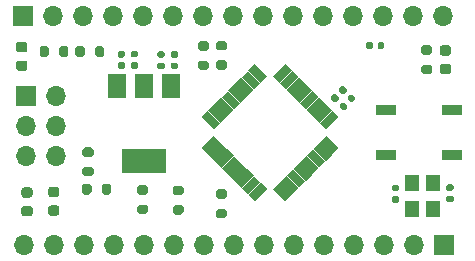
<source format=gbr>
%TF.GenerationSoftware,KiCad,Pcbnew,(5.1.6)-1*%
%TF.CreationDate,2020-11-19T11:34:22+01:00*%
%TF.ProjectId,Karim_Arduino,4b617269-6d5f-4417-9264-75696e6f2e6b,rev?*%
%TF.SameCoordinates,Original*%
%TF.FileFunction,Soldermask,Top*%
%TF.FilePolarity,Negative*%
%FSLAX46Y46*%
G04 Gerber Fmt 4.6, Leading zero omitted, Abs format (unit mm)*
G04 Created by KiCad (PCBNEW (5.1.6)-1) date 2020-11-19 11:34:22*
%MOMM*%
%LPD*%
G01*
G04 APERTURE LIST*
%ADD10O,1.700000X1.700000*%
%ADD11R,1.700000X1.700000*%
%ADD12C,0.100000*%
%ADD13R,1.200000X1.400000*%
%ADD14R,1.727200X0.965200*%
%ADD15R,3.800000X2.000000*%
%ADD16R,1.500000X2.000000*%
G04 APERTURE END LIST*
%TO.C,D2*%
G36*
G01*
X121213750Y-84660000D02*
X121726250Y-84660000D01*
G75*
G02*
X121945000Y-84878750I0J-218750D01*
G01*
X121945000Y-85316250D01*
G75*
G02*
X121726250Y-85535000I-218750J0D01*
G01*
X121213750Y-85535000D01*
G75*
G02*
X120995000Y-85316250I0J218750D01*
G01*
X120995000Y-84878750D01*
G75*
G02*
X121213750Y-84660000I218750J0D01*
G01*
G37*
G36*
G01*
X121213750Y-83085000D02*
X121726250Y-83085000D01*
G75*
G02*
X121945000Y-83303750I0J-218750D01*
G01*
X121945000Y-83741250D01*
G75*
G02*
X121726250Y-83960000I-218750J0D01*
G01*
X121213750Y-83960000D01*
G75*
G02*
X120995000Y-83741250I0J218750D01*
G01*
X120995000Y-83303750D01*
G75*
G02*
X121213750Y-83085000I218750J0D01*
G01*
G37*
%TD*%
%TO.C,R1*%
G36*
G01*
X126825000Y-83625000D02*
X126825000Y-84175000D01*
G75*
G02*
X126625000Y-84375000I-200000J0D01*
G01*
X126225000Y-84375000D01*
G75*
G02*
X126025000Y-84175000I0J200000D01*
G01*
X126025000Y-83625000D01*
G75*
G02*
X126225000Y-83425000I200000J0D01*
G01*
X126625000Y-83425000D01*
G75*
G02*
X126825000Y-83625000I0J-200000D01*
G01*
G37*
G36*
G01*
X128475000Y-83625000D02*
X128475000Y-84175000D01*
G75*
G02*
X128275000Y-84375000I-200000J0D01*
G01*
X127875000Y-84375000D01*
G75*
G02*
X127675000Y-84175000I0J200000D01*
G01*
X127675000Y-83625000D01*
G75*
G02*
X127875000Y-83425000I200000J0D01*
G01*
X128275000Y-83425000D01*
G75*
G02*
X128475000Y-83625000I0J-200000D01*
G01*
G37*
%TD*%
D10*
%TO.C,J3*%
X157130000Y-80925000D03*
X154590000Y-80925000D03*
X152050000Y-80925000D03*
X149510000Y-80925000D03*
X146970000Y-80925000D03*
X144430000Y-80925000D03*
X141890000Y-80925000D03*
X139350000Y-80925000D03*
X136810000Y-80925000D03*
X134270000Y-80925000D03*
X131730000Y-80925000D03*
X129190000Y-80925000D03*
X126650000Y-80925000D03*
X124110000Y-80925000D03*
D11*
X121570000Y-80925000D03*
%TD*%
D12*
%TO.C,U1*%
G36*
X137233978Y-92596341D02*
G01*
X136695162Y-92057525D01*
X137736872Y-91015815D01*
X138275688Y-91554631D01*
X137233978Y-92596341D01*
G37*
G36*
X137799734Y-93162097D02*
G01*
X137260918Y-92623281D01*
X138302628Y-91581571D01*
X138841444Y-92120387D01*
X137799734Y-93162097D01*
G37*
G36*
X138365490Y-93727853D02*
G01*
X137826674Y-93189037D01*
X138868384Y-92147327D01*
X139407200Y-92686143D01*
X138365490Y-93727853D01*
G37*
G36*
X138931246Y-94293610D02*
G01*
X138392430Y-93754794D01*
X139434140Y-92713084D01*
X139972956Y-93251900D01*
X138931246Y-94293610D01*
G37*
G36*
X139495206Y-94857570D02*
G01*
X138956390Y-94318754D01*
X139998100Y-93277044D01*
X140536916Y-93815860D01*
X139495206Y-94857570D01*
G37*
G36*
X140060963Y-95423326D02*
G01*
X139522147Y-94884510D01*
X140563857Y-93842800D01*
X141102673Y-94381616D01*
X140060963Y-95423326D01*
G37*
G36*
X140626719Y-95989082D02*
G01*
X140087903Y-95450266D01*
X141129613Y-94408556D01*
X141668429Y-94947372D01*
X140626719Y-95989082D01*
G37*
G36*
X141192475Y-96554838D02*
G01*
X140653659Y-96016022D01*
X141695369Y-94974312D01*
X142234185Y-95513128D01*
X141192475Y-96554838D01*
G37*
G36*
X143807525Y-96554838D02*
G01*
X142765815Y-95513128D01*
X143304631Y-94974312D01*
X144346341Y-96016022D01*
X143807525Y-96554838D01*
G37*
G36*
X144373281Y-95989082D02*
G01*
X143331571Y-94947372D01*
X143870387Y-94408556D01*
X144912097Y-95450266D01*
X144373281Y-95989082D01*
G37*
G36*
X144939037Y-95423326D02*
G01*
X143897327Y-94381616D01*
X144436143Y-93842800D01*
X145477853Y-94884510D01*
X144939037Y-95423326D01*
G37*
G36*
X145504794Y-94857570D02*
G01*
X144463084Y-93815860D01*
X145001900Y-93277044D01*
X146043610Y-94318754D01*
X145504794Y-94857570D01*
G37*
G36*
X146068754Y-94293610D02*
G01*
X145027044Y-93251900D01*
X145565860Y-92713084D01*
X146607570Y-93754794D01*
X146068754Y-94293610D01*
G37*
G36*
X146634510Y-93727853D02*
G01*
X145592800Y-92686143D01*
X146131616Y-92147327D01*
X147173326Y-93189037D01*
X146634510Y-93727853D01*
G37*
G36*
X147200266Y-93162097D02*
G01*
X146158556Y-92120387D01*
X146697372Y-91581571D01*
X147739082Y-92623281D01*
X147200266Y-93162097D01*
G37*
G36*
X147766022Y-92596341D02*
G01*
X146724312Y-91554631D01*
X147263128Y-91015815D01*
X148304838Y-92057525D01*
X147766022Y-92596341D01*
G37*
G36*
X147263128Y-90484185D02*
G01*
X146724312Y-89945369D01*
X147766022Y-88903659D01*
X148304838Y-89442475D01*
X147263128Y-90484185D01*
G37*
G36*
X146697372Y-89918429D02*
G01*
X146158556Y-89379613D01*
X147200266Y-88337903D01*
X147739082Y-88876719D01*
X146697372Y-89918429D01*
G37*
G36*
X146131616Y-89352673D02*
G01*
X145592800Y-88813857D01*
X146634510Y-87772147D01*
X147173326Y-88310963D01*
X146131616Y-89352673D01*
G37*
G36*
X145565860Y-88786916D02*
G01*
X145027044Y-88248100D01*
X146068754Y-87206390D01*
X146607570Y-87745206D01*
X145565860Y-88786916D01*
G37*
G36*
X145001900Y-88222956D02*
G01*
X144463084Y-87684140D01*
X145504794Y-86642430D01*
X146043610Y-87181246D01*
X145001900Y-88222956D01*
G37*
G36*
X144436143Y-87657200D02*
G01*
X143897327Y-87118384D01*
X144939037Y-86076674D01*
X145477853Y-86615490D01*
X144436143Y-87657200D01*
G37*
G36*
X143870387Y-87091444D02*
G01*
X143331571Y-86552628D01*
X144373281Y-85510918D01*
X144912097Y-86049734D01*
X143870387Y-87091444D01*
G37*
G36*
X143304631Y-86525688D02*
G01*
X142765815Y-85986872D01*
X143807525Y-84945162D01*
X144346341Y-85483978D01*
X143304631Y-86525688D01*
G37*
G36*
X141695369Y-86525688D02*
G01*
X140653659Y-85483978D01*
X141192475Y-84945162D01*
X142234185Y-85986872D01*
X141695369Y-86525688D01*
G37*
G36*
X141129613Y-87091444D02*
G01*
X140087903Y-86049734D01*
X140626719Y-85510918D01*
X141668429Y-86552628D01*
X141129613Y-87091444D01*
G37*
G36*
X140563857Y-87657200D02*
G01*
X139522147Y-86615490D01*
X140060963Y-86076674D01*
X141102673Y-87118384D01*
X140563857Y-87657200D01*
G37*
G36*
X139998100Y-88222956D02*
G01*
X138956390Y-87181246D01*
X139495206Y-86642430D01*
X140536916Y-87684140D01*
X139998100Y-88222956D01*
G37*
G36*
X139434140Y-88786916D02*
G01*
X138392430Y-87745206D01*
X138931246Y-87206390D01*
X139972956Y-88248100D01*
X139434140Y-88786916D01*
G37*
G36*
X138868384Y-89352673D02*
G01*
X137826674Y-88310963D01*
X138365490Y-87772147D01*
X139407200Y-88813857D01*
X138868384Y-89352673D01*
G37*
G36*
X138302628Y-89918429D02*
G01*
X137260918Y-88876719D01*
X137799734Y-88337903D01*
X138841444Y-89379613D01*
X138302628Y-89918429D01*
G37*
G36*
X137736872Y-90484185D02*
G01*
X136695162Y-89442475D01*
X137233978Y-88903659D01*
X138275688Y-89945369D01*
X137736872Y-90484185D01*
G37*
%TD*%
%TO.C,R9*%
G36*
G01*
X138105000Y-97215000D02*
X138655000Y-97215000D01*
G75*
G02*
X138855000Y-97415000I0J-200000D01*
G01*
X138855000Y-97815000D01*
G75*
G02*
X138655000Y-98015000I-200000J0D01*
G01*
X138105000Y-98015000D01*
G75*
G02*
X137905000Y-97815000I0J200000D01*
G01*
X137905000Y-97415000D01*
G75*
G02*
X138105000Y-97215000I200000J0D01*
G01*
G37*
G36*
G01*
X138105000Y-95565000D02*
X138655000Y-95565000D01*
G75*
G02*
X138855000Y-95765000I0J-200000D01*
G01*
X138855000Y-96165000D01*
G75*
G02*
X138655000Y-96365000I-200000J0D01*
G01*
X138105000Y-96365000D01*
G75*
G02*
X137905000Y-96165000I0J200000D01*
G01*
X137905000Y-95765000D01*
G75*
G02*
X138105000Y-95565000I200000J0D01*
G01*
G37*
%TD*%
%TO.C,R4*%
G36*
G01*
X137135000Y-83815000D02*
X136585000Y-83815000D01*
G75*
G02*
X136385000Y-83615000I0J200000D01*
G01*
X136385000Y-83215000D01*
G75*
G02*
X136585000Y-83015000I200000J0D01*
G01*
X137135000Y-83015000D01*
G75*
G02*
X137335000Y-83215000I0J-200000D01*
G01*
X137335000Y-83615000D01*
G75*
G02*
X137135000Y-83815000I-200000J0D01*
G01*
G37*
G36*
G01*
X137135000Y-85465000D02*
X136585000Y-85465000D01*
G75*
G02*
X136385000Y-85265000I0J200000D01*
G01*
X136385000Y-84865000D01*
G75*
G02*
X136585000Y-84665000I200000J0D01*
G01*
X137135000Y-84665000D01*
G75*
G02*
X137335000Y-84865000I0J-200000D01*
G01*
X137335000Y-85265000D01*
G75*
G02*
X137135000Y-85465000I-200000J0D01*
G01*
G37*
%TD*%
D10*
%TO.C,J2*%
X121640000Y-100250000D03*
X124180000Y-100250000D03*
X126720000Y-100250000D03*
X129260000Y-100250000D03*
X131800000Y-100250000D03*
X134340000Y-100250000D03*
X136880000Y-100250000D03*
X139420000Y-100250000D03*
X141960000Y-100250000D03*
X144500000Y-100250000D03*
X147040000Y-100250000D03*
X149580000Y-100250000D03*
X152120000Y-100250000D03*
X154660000Y-100250000D03*
D11*
X157200000Y-100250000D03*
%TD*%
%TO.C,C1*%
G36*
G01*
X148632807Y-88857609D02*
X148392391Y-88617193D01*
G75*
G02*
X148392391Y-88419203I98995J98995D01*
G01*
X148590381Y-88221213D01*
G75*
G02*
X148788371Y-88221213I98995J-98995D01*
G01*
X149028787Y-88461629D01*
G75*
G02*
X149028787Y-88659619I-98995J-98995D01*
G01*
X148830797Y-88857609D01*
G75*
G02*
X148632807Y-88857609I-98995J98995D01*
G01*
G37*
G36*
G01*
X149311629Y-88178787D02*
X149071213Y-87938371D01*
G75*
G02*
X149071213Y-87740381I98995J98995D01*
G01*
X149269203Y-87542391D01*
G75*
G02*
X149467193Y-87542391I98995J-98995D01*
G01*
X149707609Y-87782807D01*
G75*
G02*
X149707609Y-87980797I-98995J-98995D01*
G01*
X149509619Y-88178787D01*
G75*
G02*
X149311629Y-88178787I-98995J98995D01*
G01*
G37*
%TD*%
%TO.C,C2*%
G36*
G01*
X148611629Y-87468787D02*
X148371213Y-87228371D01*
G75*
G02*
X148371213Y-87030381I98995J98995D01*
G01*
X148569203Y-86832391D01*
G75*
G02*
X148767193Y-86832391I98995J-98995D01*
G01*
X149007609Y-87072807D01*
G75*
G02*
X149007609Y-87270797I-98995J-98995D01*
G01*
X148809619Y-87468787D01*
G75*
G02*
X148611629Y-87468787I-98995J98995D01*
G01*
G37*
G36*
G01*
X147932807Y-88147609D02*
X147692391Y-87907193D01*
G75*
G02*
X147692391Y-87709203I98995J98995D01*
G01*
X147890381Y-87511213D01*
G75*
G02*
X148088371Y-87511213I98995J-98995D01*
G01*
X148328787Y-87751629D01*
G75*
G02*
X148328787Y-87949619I-98995J-98995D01*
G01*
X148130797Y-88147609D01*
G75*
G02*
X147932807Y-88147609I-98995J98995D01*
G01*
G37*
%TD*%
%TO.C,C3*%
G36*
G01*
X152160000Y-83230000D02*
X152160000Y-83570000D01*
G75*
G02*
X152020000Y-83710000I-140000J0D01*
G01*
X151740000Y-83710000D01*
G75*
G02*
X151600000Y-83570000I0J140000D01*
G01*
X151600000Y-83230000D01*
G75*
G02*
X151740000Y-83090000I140000J0D01*
G01*
X152020000Y-83090000D01*
G75*
G02*
X152160000Y-83230000I0J-140000D01*
G01*
G37*
G36*
G01*
X151200000Y-83230000D02*
X151200000Y-83570000D01*
G75*
G02*
X151060000Y-83710000I-140000J0D01*
G01*
X150780000Y-83710000D01*
G75*
G02*
X150640000Y-83570000I0J140000D01*
G01*
X150640000Y-83230000D01*
G75*
G02*
X150780000Y-83090000I140000J0D01*
G01*
X151060000Y-83090000D01*
G75*
G02*
X151200000Y-83230000I0J-140000D01*
G01*
G37*
%TD*%
%TO.C,C4*%
G36*
G01*
X131180000Y-84390000D02*
X130840000Y-84390000D01*
G75*
G02*
X130700000Y-84250000I0J140000D01*
G01*
X130700000Y-83970000D01*
G75*
G02*
X130840000Y-83830000I140000J0D01*
G01*
X131180000Y-83830000D01*
G75*
G02*
X131320000Y-83970000I0J-140000D01*
G01*
X131320000Y-84250000D01*
G75*
G02*
X131180000Y-84390000I-140000J0D01*
G01*
G37*
G36*
G01*
X131180000Y-85350000D02*
X130840000Y-85350000D01*
G75*
G02*
X130700000Y-85210000I0J140000D01*
G01*
X130700000Y-84930000D01*
G75*
G02*
X130840000Y-84790000I140000J0D01*
G01*
X131180000Y-84790000D01*
G75*
G02*
X131320000Y-84930000I0J-140000D01*
G01*
X131320000Y-85210000D01*
G75*
G02*
X131180000Y-85350000I-140000J0D01*
G01*
G37*
%TD*%
%TO.C,C5*%
G36*
G01*
X130080000Y-85360000D02*
X129740000Y-85360000D01*
G75*
G02*
X129600000Y-85220000I0J140000D01*
G01*
X129600000Y-84940000D01*
G75*
G02*
X129740000Y-84800000I140000J0D01*
G01*
X130080000Y-84800000D01*
G75*
G02*
X130220000Y-84940000I0J-140000D01*
G01*
X130220000Y-85220000D01*
G75*
G02*
X130080000Y-85360000I-140000J0D01*
G01*
G37*
G36*
G01*
X130080000Y-84400000D02*
X129740000Y-84400000D01*
G75*
G02*
X129600000Y-84260000I0J140000D01*
G01*
X129600000Y-83980000D01*
G75*
G02*
X129740000Y-83840000I140000J0D01*
G01*
X130080000Y-83840000D01*
G75*
G02*
X130220000Y-83980000I0J-140000D01*
G01*
X130220000Y-84260000D01*
G75*
G02*
X130080000Y-84400000I-140000J0D01*
G01*
G37*
%TD*%
%TO.C,C6*%
G36*
G01*
X133440000Y-84420000D02*
X133100000Y-84420000D01*
G75*
G02*
X132960000Y-84280000I0J140000D01*
G01*
X132960000Y-84000000D01*
G75*
G02*
X133100000Y-83860000I140000J0D01*
G01*
X133440000Y-83860000D01*
G75*
G02*
X133580000Y-84000000I0J-140000D01*
G01*
X133580000Y-84280000D01*
G75*
G02*
X133440000Y-84420000I-140000J0D01*
G01*
G37*
G36*
G01*
X133440000Y-85380000D02*
X133100000Y-85380000D01*
G75*
G02*
X132960000Y-85240000I0J140000D01*
G01*
X132960000Y-84960000D01*
G75*
G02*
X133100000Y-84820000I140000J0D01*
G01*
X133440000Y-84820000D01*
G75*
G02*
X133580000Y-84960000I0J-140000D01*
G01*
X133580000Y-85240000D01*
G75*
G02*
X133440000Y-85380000I-140000J0D01*
G01*
G37*
%TD*%
%TO.C,C7*%
G36*
G01*
X134560000Y-85380000D02*
X134220000Y-85380000D01*
G75*
G02*
X134080000Y-85240000I0J140000D01*
G01*
X134080000Y-84960000D01*
G75*
G02*
X134220000Y-84820000I140000J0D01*
G01*
X134560000Y-84820000D01*
G75*
G02*
X134700000Y-84960000I0J-140000D01*
G01*
X134700000Y-85240000D01*
G75*
G02*
X134560000Y-85380000I-140000J0D01*
G01*
G37*
G36*
G01*
X134560000Y-84420000D02*
X134220000Y-84420000D01*
G75*
G02*
X134080000Y-84280000I0J140000D01*
G01*
X134080000Y-84000000D01*
G75*
G02*
X134220000Y-83860000I140000J0D01*
G01*
X134560000Y-83860000D01*
G75*
G02*
X134700000Y-84000000I0J-140000D01*
G01*
X134700000Y-84280000D01*
G75*
G02*
X134560000Y-84420000I-140000J0D01*
G01*
G37*
%TD*%
%TO.C,C8*%
G36*
G01*
X152950000Y-95170000D02*
X153290000Y-95170000D01*
G75*
G02*
X153430000Y-95310000I0J-140000D01*
G01*
X153430000Y-95590000D01*
G75*
G02*
X153290000Y-95730000I-140000J0D01*
G01*
X152950000Y-95730000D01*
G75*
G02*
X152810000Y-95590000I0J140000D01*
G01*
X152810000Y-95310000D01*
G75*
G02*
X152950000Y-95170000I140000J0D01*
G01*
G37*
G36*
G01*
X152950000Y-96130000D02*
X153290000Y-96130000D01*
G75*
G02*
X153430000Y-96270000I0J-140000D01*
G01*
X153430000Y-96550000D01*
G75*
G02*
X153290000Y-96690000I-140000J0D01*
G01*
X152950000Y-96690000D01*
G75*
G02*
X152810000Y-96550000I0J140000D01*
G01*
X152810000Y-96270000D01*
G75*
G02*
X152950000Y-96130000I140000J0D01*
G01*
G37*
%TD*%
%TO.C,C9*%
G36*
G01*
X157900000Y-95700000D02*
X157560000Y-95700000D01*
G75*
G02*
X157420000Y-95560000I0J140000D01*
G01*
X157420000Y-95280000D01*
G75*
G02*
X157560000Y-95140000I140000J0D01*
G01*
X157900000Y-95140000D01*
G75*
G02*
X158040000Y-95280000I0J-140000D01*
G01*
X158040000Y-95560000D01*
G75*
G02*
X157900000Y-95700000I-140000J0D01*
G01*
G37*
G36*
G01*
X157900000Y-96660000D02*
X157560000Y-96660000D01*
G75*
G02*
X157420000Y-96520000I0J140000D01*
G01*
X157420000Y-96240000D01*
G75*
G02*
X157560000Y-96100000I140000J0D01*
G01*
X157900000Y-96100000D01*
G75*
G02*
X158040000Y-96240000I0J-140000D01*
G01*
X158040000Y-96520000D01*
G75*
G02*
X157900000Y-96660000I-140000J0D01*
G01*
G37*
%TD*%
%TO.C,D1*%
G36*
G01*
X157093750Y-83375000D02*
X157606250Y-83375000D01*
G75*
G02*
X157825000Y-83593750I0J-218750D01*
G01*
X157825000Y-84031250D01*
G75*
G02*
X157606250Y-84250000I-218750J0D01*
G01*
X157093750Y-84250000D01*
G75*
G02*
X156875000Y-84031250I0J218750D01*
G01*
X156875000Y-83593750D01*
G75*
G02*
X157093750Y-83375000I218750J0D01*
G01*
G37*
G36*
G01*
X157093750Y-84950000D02*
X157606250Y-84950000D01*
G75*
G02*
X157825000Y-85168750I0J-218750D01*
G01*
X157825000Y-85606250D01*
G75*
G02*
X157606250Y-85825000I-218750J0D01*
G01*
X157093750Y-85825000D01*
G75*
G02*
X156875000Y-85606250I0J218750D01*
G01*
X156875000Y-85168750D01*
G75*
G02*
X157093750Y-84950000I218750J0D01*
G01*
G37*
%TD*%
%TO.C,D3*%
G36*
G01*
X122176250Y-97842500D02*
X121663750Y-97842500D01*
G75*
G02*
X121445000Y-97623750I0J218750D01*
G01*
X121445000Y-97186250D01*
G75*
G02*
X121663750Y-96967500I218750J0D01*
G01*
X122176250Y-96967500D01*
G75*
G02*
X122395000Y-97186250I0J-218750D01*
G01*
X122395000Y-97623750D01*
G75*
G02*
X122176250Y-97842500I-218750J0D01*
G01*
G37*
G36*
G01*
X122176250Y-96267500D02*
X121663750Y-96267500D01*
G75*
G02*
X121445000Y-96048750I0J218750D01*
G01*
X121445000Y-95611250D01*
G75*
G02*
X121663750Y-95392500I218750J0D01*
G01*
X122176250Y-95392500D01*
G75*
G02*
X122395000Y-95611250I0J-218750D01*
G01*
X122395000Y-96048750D01*
G75*
G02*
X122176250Y-96267500I-218750J0D01*
G01*
G37*
%TD*%
%TO.C,D4*%
G36*
G01*
X124446250Y-96222500D02*
X123933750Y-96222500D01*
G75*
G02*
X123715000Y-96003750I0J218750D01*
G01*
X123715000Y-95566250D01*
G75*
G02*
X123933750Y-95347500I218750J0D01*
G01*
X124446250Y-95347500D01*
G75*
G02*
X124665000Y-95566250I0J-218750D01*
G01*
X124665000Y-96003750D01*
G75*
G02*
X124446250Y-96222500I-218750J0D01*
G01*
G37*
G36*
G01*
X124446250Y-97797500D02*
X123933750Y-97797500D01*
G75*
G02*
X123715000Y-97578750I0J218750D01*
G01*
X123715000Y-97141250D01*
G75*
G02*
X123933750Y-96922500I218750J0D01*
G01*
X124446250Y-96922500D01*
G75*
G02*
X124665000Y-97141250I0J-218750D01*
G01*
X124665000Y-97578750D01*
G75*
G02*
X124446250Y-97797500I-218750J0D01*
G01*
G37*
%TD*%
D13*
%TO.C,HSE1*%
X154560000Y-95060000D03*
X154560000Y-97260000D03*
X156260000Y-97260000D03*
X156260000Y-95060000D03*
%TD*%
D10*
%TO.C,J1*%
X124390000Y-92770000D03*
X121850000Y-92770000D03*
X124390000Y-90230000D03*
X121850000Y-90230000D03*
X124390000Y-87690000D03*
D11*
X121850000Y-87690000D03*
%TD*%
%TO.C,R2*%
G36*
G01*
X155500000Y-83370000D02*
X156050000Y-83370000D01*
G75*
G02*
X156250000Y-83570000I0J-200000D01*
G01*
X156250000Y-83970000D01*
G75*
G02*
X156050000Y-84170000I-200000J0D01*
G01*
X155500000Y-84170000D01*
G75*
G02*
X155300000Y-83970000I0J200000D01*
G01*
X155300000Y-83570000D01*
G75*
G02*
X155500000Y-83370000I200000J0D01*
G01*
G37*
G36*
G01*
X155500000Y-85020000D02*
X156050000Y-85020000D01*
G75*
G02*
X156250000Y-85220000I0J-200000D01*
G01*
X156250000Y-85620000D01*
G75*
G02*
X156050000Y-85820000I-200000J0D01*
G01*
X155500000Y-85820000D01*
G75*
G02*
X155300000Y-85620000I0J200000D01*
G01*
X155300000Y-85220000D01*
G75*
G02*
X155500000Y-85020000I200000J0D01*
G01*
G37*
%TD*%
%TO.C,R3*%
G36*
G01*
X124635000Y-84175000D02*
X124635000Y-83625000D01*
G75*
G02*
X124835000Y-83425000I200000J0D01*
G01*
X125235000Y-83425000D01*
G75*
G02*
X125435000Y-83625000I0J-200000D01*
G01*
X125435000Y-84175000D01*
G75*
G02*
X125235000Y-84375000I-200000J0D01*
G01*
X124835000Y-84375000D01*
G75*
G02*
X124635000Y-84175000I0J200000D01*
G01*
G37*
G36*
G01*
X122985000Y-84175000D02*
X122985000Y-83625000D01*
G75*
G02*
X123185000Y-83425000I200000J0D01*
G01*
X123585000Y-83425000D01*
G75*
G02*
X123785000Y-83625000I0J-200000D01*
G01*
X123785000Y-84175000D01*
G75*
G02*
X123585000Y-84375000I-200000J0D01*
G01*
X123185000Y-84375000D01*
G75*
G02*
X122985000Y-84175000I0J200000D01*
G01*
G37*
%TD*%
%TO.C,R5*%
G36*
G01*
X138655000Y-85445000D02*
X138105000Y-85445000D01*
G75*
G02*
X137905000Y-85245000I0J200000D01*
G01*
X137905000Y-84845000D01*
G75*
G02*
X138105000Y-84645000I200000J0D01*
G01*
X138655000Y-84645000D01*
G75*
G02*
X138855000Y-84845000I0J-200000D01*
G01*
X138855000Y-85245000D01*
G75*
G02*
X138655000Y-85445000I-200000J0D01*
G01*
G37*
G36*
G01*
X138655000Y-83795000D02*
X138105000Y-83795000D01*
G75*
G02*
X137905000Y-83595000I0J200000D01*
G01*
X137905000Y-83195000D01*
G75*
G02*
X138105000Y-82995000I200000J0D01*
G01*
X138655000Y-82995000D01*
G75*
G02*
X138855000Y-83195000I0J-200000D01*
G01*
X138855000Y-83595000D01*
G75*
G02*
X138655000Y-83795000I-200000J0D01*
G01*
G37*
%TD*%
%TO.C,R6*%
G36*
G01*
X131435000Y-95210000D02*
X131985000Y-95210000D01*
G75*
G02*
X132185000Y-95410000I0J-200000D01*
G01*
X132185000Y-95810000D01*
G75*
G02*
X131985000Y-96010000I-200000J0D01*
G01*
X131435000Y-96010000D01*
G75*
G02*
X131235000Y-95810000I0J200000D01*
G01*
X131235000Y-95410000D01*
G75*
G02*
X131435000Y-95210000I200000J0D01*
G01*
G37*
G36*
G01*
X131435000Y-96860000D02*
X131985000Y-96860000D01*
G75*
G02*
X132185000Y-97060000I0J-200000D01*
G01*
X132185000Y-97460000D01*
G75*
G02*
X131985000Y-97660000I-200000J0D01*
G01*
X131435000Y-97660000D01*
G75*
G02*
X131235000Y-97460000I0J200000D01*
G01*
X131235000Y-97060000D01*
G75*
G02*
X131435000Y-96860000I200000J0D01*
G01*
G37*
%TD*%
%TO.C,R7*%
G36*
G01*
X134995000Y-97695000D02*
X134445000Y-97695000D01*
G75*
G02*
X134245000Y-97495000I0J200000D01*
G01*
X134245000Y-97095000D01*
G75*
G02*
X134445000Y-96895000I200000J0D01*
G01*
X134995000Y-96895000D01*
G75*
G02*
X135195000Y-97095000I0J-200000D01*
G01*
X135195000Y-97495000D01*
G75*
G02*
X134995000Y-97695000I-200000J0D01*
G01*
G37*
G36*
G01*
X134995000Y-96045000D02*
X134445000Y-96045000D01*
G75*
G02*
X134245000Y-95845000I0J200000D01*
G01*
X134245000Y-95445000D01*
G75*
G02*
X134445000Y-95245000I200000J0D01*
G01*
X134995000Y-95245000D01*
G75*
G02*
X135195000Y-95445000I0J-200000D01*
G01*
X135195000Y-95845000D01*
G75*
G02*
X134995000Y-96045000I-200000J0D01*
G01*
G37*
%TD*%
%TO.C,R8*%
G36*
G01*
X127355000Y-92815000D02*
X126805000Y-92815000D01*
G75*
G02*
X126605000Y-92615000I0J200000D01*
G01*
X126605000Y-92215000D01*
G75*
G02*
X126805000Y-92015000I200000J0D01*
G01*
X127355000Y-92015000D01*
G75*
G02*
X127555000Y-92215000I0J-200000D01*
G01*
X127555000Y-92615000D01*
G75*
G02*
X127355000Y-92815000I-200000J0D01*
G01*
G37*
G36*
G01*
X127355000Y-94465000D02*
X126805000Y-94465000D01*
G75*
G02*
X126605000Y-94265000I0J200000D01*
G01*
X126605000Y-93865000D01*
G75*
G02*
X126805000Y-93665000I200000J0D01*
G01*
X127355000Y-93665000D01*
G75*
G02*
X127555000Y-93865000I0J-200000D01*
G01*
X127555000Y-94265000D01*
G75*
G02*
X127355000Y-94465000I-200000J0D01*
G01*
G37*
%TD*%
%TO.C,R10*%
G36*
G01*
X126585000Y-95815000D02*
X126585000Y-95265000D01*
G75*
G02*
X126785000Y-95065000I200000J0D01*
G01*
X127185000Y-95065000D01*
G75*
G02*
X127385000Y-95265000I0J-200000D01*
G01*
X127385000Y-95815000D01*
G75*
G02*
X127185000Y-96015000I-200000J0D01*
G01*
X126785000Y-96015000D01*
G75*
G02*
X126585000Y-95815000I0J200000D01*
G01*
G37*
G36*
G01*
X128235000Y-95815000D02*
X128235000Y-95265000D01*
G75*
G02*
X128435000Y-95065000I200000J0D01*
G01*
X128835000Y-95065000D01*
G75*
G02*
X129035000Y-95265000I0J-200000D01*
G01*
X129035000Y-95815000D01*
G75*
G02*
X128835000Y-96015000I-200000J0D01*
G01*
X128435000Y-96015000D01*
G75*
G02*
X128235000Y-95815000I0J200000D01*
G01*
G37*
%TD*%
D14*
%TO.C,SW1*%
X157919000Y-92680000D03*
X152331000Y-92680000D03*
X157919000Y-88870000D03*
X152331000Y-88870000D03*
%TD*%
D15*
%TO.C,U2*%
X131810000Y-93130000D03*
D16*
X131810000Y-86830000D03*
X129510000Y-86830000D03*
X134110000Y-86830000D03*
%TD*%
M02*

</source>
